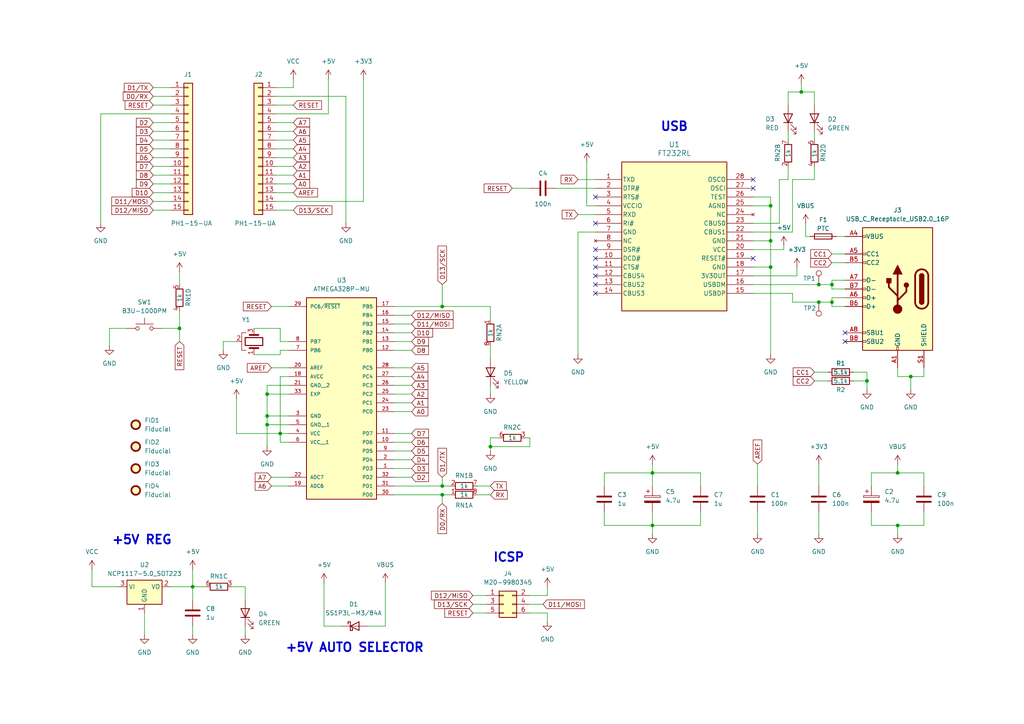
<source format=kicad_sch>
(kicad_sch (version 20231120) (generator "eeschema") (generator_version "8.0")
  (paper "A4")
  (title_block (title "Arduino Nano") (date "2024-05-24") (rev "1") (company "Carlos Sabogal"))
  (junction (at 223.52 77.47))
  (junction (at 77.47 120.65))
  (junction (at 81.28 125.73))
  (junction (at 128.27 143.51))
  (junction (at 77.47 123.19))
  (junction (at 241.3 82.55))
  (junction (at 251.46 110.49))
  (junction (at 189.23 152.4))
  (junction (at 52.07 95.25))
  (junction (at 264.16 109.22))
  (junction (at 77.47 114.3))
  (junction (at 189.23 137.16))
  (junction (at 237.49 87.63))
  (junction (at 260.35 137.16))
  (junction (at 128.27 140.97))
  (junction (at 232.41 26.67))
  (junction (at 223.52 69.85))
  (junction (at 260.35 152.4))
  (junction (at 241.3 87.63))
  (junction (at 237.49 82.55))
  (junction (at 223.52 59.69))
  (junction (at 128.27 88.9))
  (junction (at 142.24 129.54))
  (junction (at 55.88 170.18))
  (no_connect (at 218.44 52.07))
  (no_connect (at 218.44 54.61))
  (no_connect (at 245.11 99.06))
  (no_connect (at 172.72 82.55))
  (no_connect (at 172.72 64.77))
  (no_connect (at 245.11 96.52))
  (no_connect (at 172.72 77.47))
  (no_connect (at 172.72 80.01))
  (no_connect (at 218.44 74.93))
  (no_connect (at 172.72 74.93))
  (no_connect (at 172.72 72.39))
  (no_connect (at 172.72 57.15))
  (no_connect (at 172.72 85.09))
  (wire (pts (xy 52.07 95.25) (xy 52.07 99.06)))
  (wire (pts (xy 81.28 101.6) (xy 81.28 102.87)))
  (wire (pts (xy 142.24 88.9) (xy 142.24 92.71)))
  (wire (pts (xy 44.45 25.4) (xy 49.53 25.4)))
  (wire (pts (xy 247.65 110.49) (xy 251.46 110.49)))
  (wire (pts (xy 242.57 68.58) (xy 245.11 68.58)))
  (wire (pts (xy 241.3 86.36) (xy 245.11 86.36)))
  (wire (pts (xy 189.23 137.16) (xy 175.26 137.16)))
  (wire (pts (xy 93.98 168.91) (xy 93.98 181.61)))
  (wire (pts (xy 114.3 133.35) (xy 119.38 133.35)))
  (wire (pts (xy 77.47 123.19) (xy 83.82 123.19)))
  (wire (pts (xy 81.28 109.22) (xy 81.28 125.73)))
  (wire (pts (xy 167.64 62.23) (xy 172.72 62.23)))
  (wire (pts (xy 142.24 129.54) (xy 153.67 129.54)))
  (wire (pts (xy 44.45 45.72) (xy 49.53 45.72)))
  (wire (pts (xy 80.01 33.02) (xy 95.25 33.02)))
  (wire (pts (xy 80.01 40.64) (xy 85.09 40.64)))
  (wire (pts (xy 218.44 59.69) (xy 223.52 59.69)))
  (wire (pts (xy 137.16 172.72) (xy 140.97 172.72)))
  (wire (pts (xy 158.75 170.18) (xy 158.75 172.72)))
  (wire (pts (xy 142.24 127) (xy 142.24 129.54)))
  (wire (pts (xy 73.66 102.87) (xy 81.28 102.87)))
  (wire (pts (xy 44.45 30.48) (xy 49.53 30.48)))
  (wire (pts (xy 232.41 24.13) (xy 232.41 26.67)))
  (wire (pts (xy 267.97 137.16) (xy 267.97 140.97)))
  (wire (pts (xy 128.27 140.97) (xy 130.81 140.97)))
  (wire (pts (xy 77.47 114.3) (xy 77.47 111.76)))
  (wire (pts (xy 71.12 170.18) (xy 71.12 173.99)))
  (wire (pts (xy 78.74 106.68) (xy 83.82 106.68)))
  (wire (pts (xy 251.46 110.49) (xy 251.46 113.03)))
  (wire (pts (xy 26.67 170.18) (xy 26.67 165.1)))
  (wire (pts (xy 52.07 90.17) (xy 52.07 95.25)))
  (wire (pts (xy 223.52 57.15) (xy 223.52 59.69)))
  (wire (pts (xy 44.45 43.18) (xy 49.53 43.18)))
  (wire (pts (xy 236.22 107.95) (xy 240.03 107.95)))
  (wire (pts (xy 241.3 76.2) (xy 245.11 76.2)))
  (wire (pts (xy 119.38 99.06) (xy 114.3 99.06)))
  (wire (pts (xy 142.24 127) (xy 144.78 127)))
  (wire (pts (xy 236.22 38.1) (xy 236.22 40.64)))
  (wire (pts (xy 137.16 177.8) (xy 140.97 177.8)))
  (wire (pts (xy 241.3 87.63) (xy 237.49 87.63)))
  (wire (pts (xy 251.46 107.95) (xy 251.46 110.49)))
  (wire (pts (xy 93.98 181.61) (xy 99.06 181.61)))
  (wire (pts (xy 203.2 137.16) (xy 203.2 140.97)))
  (wire (pts (xy 85.09 22.86) (xy 85.09 25.4)))
  (wire (pts (xy 223.52 77.47) (xy 223.52 102.87)))
  (wire (pts (xy 153.67 175.26) (xy 157.48 175.26)))
  (wire (pts (xy 167.64 67.31) (xy 167.64 102.87)))
  (wire (pts (xy 245.11 83.82) (xy 241.3 83.82)))
  (wire (pts (xy 31.75 95.25) (xy 36.83 95.25)))
  (wire (pts (xy 233.68 68.58) (xy 234.95 68.58)))
  (wire (pts (xy 264.16 109.22) (xy 267.97 109.22)))
  (wire (pts (xy 114.3 88.9) (xy 128.27 88.9)))
  (wire (pts (xy 241.3 83.82) (xy 241.3 82.55)))
  (wire (pts (xy 237.49 148.59) (xy 237.49 154.94)))
  (wire (pts (xy 44.45 60.96) (xy 49.53 60.96)))
  (wire (pts (xy 175.26 137.16) (xy 175.26 140.97)))
  (wire (pts (xy 81.28 128.27) (xy 83.82 128.27)))
  (wire (pts (xy 228.6 26.67) (xy 228.6 30.48)))
  (wire (pts (xy 80.01 53.34) (xy 85.09 53.34)))
  (wire (pts (xy 44.45 48.26) (xy 49.53 48.26)))
  (wire (pts (xy 83.82 125.73) (xy 81.28 125.73)))
  (wire (pts (xy 80.01 50.8) (xy 85.09 50.8)))
  (wire (pts (xy 119.38 93.98) (xy 114.3 93.98)))
  (wire (pts (xy 231.14 77.47) (xy 231.14 80.01)))
  (wire (pts (xy 229.87 52.07) (xy 236.22 52.07)))
  (wire (pts (xy 55.88 170.18) (xy 55.88 173.99)))
  (wire (pts (xy 52.07 78.74) (xy 52.07 82.55)))
  (wire (pts (xy 232.41 26.67) (xy 228.6 26.67)))
  (wire (pts (xy 233.68 68.58) (xy 233.68 64.77)))
  (wire (pts (xy 119.38 91.44) (xy 114.3 91.44)))
  (wire (pts (xy 226.06 64.77) (xy 226.06 52.07)))
  (wire (pts (xy 80.01 30.48) (xy 85.09 30.48)))
  (wire (pts (xy 241.3 82.55) (xy 241.3 81.28)))
  (wire (pts (xy 229.87 85.09) (xy 229.87 87.63)))
  (wire (pts (xy 78.74 88.9) (xy 83.82 88.9)))
  (wire (pts (xy 218.44 64.77) (xy 226.06 64.77)))
  (wire (pts (xy 80.01 43.18) (xy 85.09 43.18)))
  (wire (pts (xy 236.22 110.49) (xy 240.03 110.49)))
  (wire (pts (xy 31.75 100.33) (xy 31.75 95.25)))
  (wire (pts (xy 241.3 88.9) (xy 241.3 87.63)))
  (wire (pts (xy 29.21 64.77) (xy 29.21 33.02)))
  (wire (pts (xy 44.45 38.1) (xy 49.53 38.1)))
  (wire (pts (xy 119.38 119.38) (xy 114.3 119.38)))
  (wire (pts (xy 218.44 77.47) (xy 223.52 77.47)))
  (wire (pts (xy 67.31 170.18) (xy 71.12 170.18)))
  (wire (pts (xy 227.33 72.39) (xy 227.33 71.12)))
  (wire (pts (xy 64.77 101.6) (xy 64.77 99.06)))
  (wire (pts (xy 119.38 130.81) (xy 114.3 130.81)))
  (wire (pts (xy 252.73 152.4) (xy 252.73 148.59)))
  (wire (pts (xy 46.99 95.25) (xy 52.07 95.25)))
  (wire (pts (xy 105.41 58.42) (xy 105.41 22.86)))
  (wire (pts (xy 80.01 58.42) (xy 105.41 58.42)))
  (wire (pts (xy 218.44 57.15) (xy 223.52 57.15)))
  (wire (pts (xy 128.27 143.51) (xy 130.81 143.51)))
  (wire (pts (xy 119.38 106.68) (xy 114.3 106.68)))
  (wire (pts (xy 80.01 35.56) (xy 85.09 35.56)))
  (wire (pts (xy 219.71 148.59) (xy 219.71 154.94)))
  (wire (pts (xy 81.28 95.25) (xy 73.66 95.25)))
  (wire (pts (xy 114.3 143.51) (xy 128.27 143.51)))
  (wire (pts (xy 189.23 152.4) (xy 203.2 152.4)))
  (wire (pts (xy 119.38 125.73) (xy 114.3 125.73)))
  (wire (pts (xy 170.18 59.69) (xy 172.72 59.69)))
  (wire (pts (xy 68.58 125.73) (xy 81.28 125.73)))
  (wire (pts (xy 34.29 170.18) (xy 26.67 170.18)))
  (wire (pts (xy 128.27 82.55) (xy 128.27 88.9)))
  (wire (pts (xy 44.45 55.88) (xy 49.53 55.88)))
  (wire (pts (xy 106.68 181.61) (xy 111.76 181.61)))
  (wire (pts (xy 167.64 52.07) (xy 172.72 52.07)))
  (wire (pts (xy 260.35 137.16) (xy 260.35 134.62)))
  (wire (pts (xy 80.01 55.88) (xy 85.09 55.88)))
  (wire (pts (xy 119.38 101.6) (xy 114.3 101.6)))
  (wire (pts (xy 64.77 99.06) (xy 68.58 99.06)))
  (wire (pts (xy 29.21 33.02) (xy 49.53 33.02)))
  (wire (pts (xy 55.88 184.15) (xy 55.88 181.61)))
  (wire (pts (xy 267.97 152.4) (xy 267.97 148.59)))
  (wire (pts (xy 128.27 138.43) (xy 128.27 140.97)))
  (wire (pts (xy 245.11 88.9) (xy 241.3 88.9)))
  (wire (pts (xy 252.73 137.16) (xy 252.73 140.97)))
  (wire (pts (xy 148.59 54.61) (xy 153.67 54.61)))
  (wire (pts (xy 229.87 52.07) (xy 229.87 67.31)))
  (wire (pts (xy 119.38 109.22) (xy 114.3 109.22)))
  (wire (pts (xy 264.16 109.22) (xy 264.16 113.03)))
  (wire (pts (xy 77.47 120.65) (xy 83.82 120.65)))
  (wire (pts (xy 247.65 107.95) (xy 251.46 107.95)))
  (wire (pts (xy 81.28 99.06) (xy 81.28 95.25)))
  (wire (pts (xy 71.12 184.15) (xy 71.12 181.61)))
  (wire (pts (xy 153.67 127) (xy 152.4 127)))
  (wire (pts (xy 83.82 99.06) (xy 81.28 99.06)))
  (wire (pts (xy 241.3 81.28) (xy 245.11 81.28)))
  (wire (pts (xy 77.47 111.76) (xy 83.82 111.76)))
  (wire (pts (xy 175.26 152.4) (xy 175.26 148.59)))
  (wire (pts (xy 260.35 106.68) (xy 260.35 109.22)))
  (wire (pts (xy 142.24 100.33) (xy 142.24 104.14)))
  (wire (pts (xy 119.38 128.27) (xy 114.3 128.27)))
  (wire (pts (xy 83.82 101.6) (xy 81.28 101.6)))
  (wire (pts (xy 236.22 26.67) (xy 232.41 26.67)))
  (wire (pts (xy 226.06 52.07) (xy 228.6 52.07)))
  (wire (pts (xy 68.58 115.57) (xy 68.58 125.73)))
  (wire (pts (xy 158.75 172.72) (xy 153.67 172.72)))
  (wire (pts (xy 114.3 114.3) (xy 119.38 114.3)))
  (wire (pts (xy 49.53 170.18) (xy 55.88 170.18)))
  (wire (pts (xy 80.01 38.1) (xy 85.09 38.1)))
  (wire (pts (xy 260.35 152.4) (xy 260.35 154.94)))
  (wire (pts (xy 189.23 137.16) (xy 189.23 140.97)))
  (wire (pts (xy 218.44 72.39) (xy 227.33 72.39)))
  (wire (pts (xy 175.26 152.4) (xy 189.23 152.4)))
  (wire (pts (xy 161.29 54.61) (xy 172.72 54.61)))
  (wire (pts (xy 236.22 52.07) (xy 236.22 48.26)))
  (wire (pts (xy 203.2 152.4) (xy 203.2 148.59)))
  (wire (pts (xy 267.97 109.22) (xy 267.97 106.68)))
  (wire (pts (xy 267.97 137.16) (xy 260.35 137.16)))
  (wire (pts (xy 203.2 137.16) (xy 189.23 137.16)))
  (wire (pts (xy 241.3 82.55) (xy 237.49 82.55)))
  (wire (pts (xy 153.67 129.54) (xy 153.67 127)))
  (wire (pts (xy 80.01 25.4) (xy 85.09 25.4)))
  (wire (pts (xy 189.23 152.4) (xy 189.23 154.94)))
  (wire (pts (xy 241.3 73.66) (xy 245.11 73.66)))
  (wire (pts (xy 77.47 114.3) (xy 83.82 114.3)))
  (wire (pts (xy 119.38 96.52) (xy 114.3 96.52)))
  (wire (pts (xy 189.23 134.62) (xy 189.23 137.16)))
  (wire (pts (xy 241.3 87.63) (xy 241.3 86.36)))
  (wire (pts (xy 142.24 129.54) (xy 142.24 130.81)))
  (wire (pts (xy 44.45 53.34) (xy 49.53 53.34)))
  (wire (pts (xy 223.52 69.85) (xy 223.52 77.47)))
  (wire (pts (xy 260.35 137.16) (xy 252.73 137.16)))
  (wire (pts (xy 138.43 140.97) (xy 142.24 140.97)))
  (wire (pts (xy 189.23 152.4) (xy 189.23 148.59)))
  (wire (pts (xy 78.74 140.97) (xy 83.82 140.97)))
  (wire (pts (xy 218.44 69.85) (xy 223.52 69.85)))
  (wire (pts (xy 80.01 60.96) (xy 85.09 60.96)))
  (wire (pts (xy 138.43 143.51) (xy 142.24 143.51)))
  (wire (pts (xy 114.3 138.43) (xy 119.38 138.43)))
  (wire (pts (xy 158.75 177.8) (xy 158.75 180.34)))
  (wire (pts (xy 228.6 52.07) (xy 228.6 48.26)))
  (wire (pts (xy 223.52 59.69) (xy 223.52 69.85)))
  (wire (pts (xy 114.3 116.84) (xy 119.38 116.84)))
  (wire (pts (xy 219.71 134.62) (xy 219.71 140.97)))
  (wire (pts (xy 137.16 175.26) (xy 140.97 175.26)))
  (wire (pts (xy 83.82 109.22) (xy 81.28 109.22)))
  (wire (pts (xy 260.35 109.22) (xy 264.16 109.22)))
  (wire (pts (xy 114.3 135.89) (xy 119.38 135.89)))
  (wire (pts (xy 218.44 82.55) (xy 237.49 82.55)))
  (wire (pts (xy 236.22 30.48) (xy 236.22 26.67)))
  (wire (pts (xy 81.28 125.73) (xy 81.28 128.27)))
  (wire (pts (xy 77.47 120.65) (xy 77.47 123.19)))
  (wire (pts (xy 44.45 35.56) (xy 49.53 35.56)))
  (wire (pts (xy 55.88 170.18) (xy 59.69 170.18)))
  (wire (pts (xy 237.49 134.62) (xy 237.49 140.97)))
  (wire (pts (xy 218.44 80.01) (xy 231.14 80.01)))
  (wire (pts (xy 260.35 152.4) (xy 267.97 152.4)))
  (wire (pts (xy 228.6 38.1) (xy 228.6 40.64)))
  (wire (pts (xy 80.01 48.26) (xy 85.09 48.26)))
  (wire (pts (xy 252.73 152.4) (xy 260.35 152.4)))
  (wire (pts (xy 44.45 40.64) (xy 49.53 40.64)))
  (wire (pts (xy 100.33 27.94) (xy 100.33 64.77)))
  (wire (pts (xy 44.45 58.42) (xy 49.53 58.42)))
  (wire (pts (xy 218.44 85.09) (xy 229.87 85.09)))
  (wire (pts (xy 80.01 27.94) (xy 100.33 27.94)))
  (wire (pts (xy 167.64 67.31) (xy 172.72 67.31)))
  (wire (pts (xy 95.25 33.02) (xy 95.25 22.86)))
  (wire (pts (xy 128.27 88.9) (xy 142.24 88.9)))
  (wire (pts (xy 41.91 177.8) (xy 41.91 184.15)))
  (wire (pts (xy 128.27 143.51) (xy 128.27 146.05)))
  (wire (pts (xy 128.27 140.97) (xy 114.3 140.97)))
  (wire (pts (xy 44.45 50.8) (xy 49.53 50.8)))
  (wire (pts (xy 77.47 123.19) (xy 77.47 129.54)))
  (wire (pts (xy 229.87 87.63) (xy 237.49 87.63)))
  (wire (pts (xy 55.88 165.1) (xy 55.88 170.18)))
  (wire (pts (xy 142.24 114.3) (xy 142.24 111.76)))
  (wire (pts (xy 218.44 67.31) (xy 229.87 67.31)))
  (wire (pts (xy 114.3 111.76) (xy 119.38 111.76)))
  (wire (pts (xy 78.74 138.43) (xy 83.82 138.43)))
  (wire (pts (xy 44.45 27.94) (xy 49.53 27.94)))
  (wire (pts (xy 170.18 46.99) (xy 170.18 59.69)))
  (wire (pts (xy 77.47 114.3) (xy 77.47 120.65)))
  (wire (pts (xy 111.76 168.91) (xy 111.76 181.61)))
  (wire (pts (xy 158.75 177.8) (xy 153.67 177.8)))
  (wire (pts (xy 80.01 45.72) (xy 85.09 45.72)))
  (text "ICSP" (at 147.574 161.798 0) (effects (font (size 2.54 2.54) (thickness 0.508) (bold yes))))
  (text "USB" (at 195.58 36.83 0) (effects (font (size 2.54 2.54) (thickness 0.508) (bold yes))))
  (text "+5V AUTO SELECTOR" (at 102.87 187.96 0) (effects (font (size 2.54 2.54) (thickness 0.508) (bold yes))))
  (text "+5V REG" (at 41.148 156.718 0) (effects (font (size 2.54 2.54) (thickness 0.508) (bold yes))))
  (global_label "D9" (shape input) (at 44.45 53.34 180) (property "Intersheetrefs" "${INTERSHEET_REFS}" (effects (hide yes))))
  (global_label "RESET" (shape input) (at 85.09 30.48 0) (property "Intersheetrefs" "${INTERSHEET_REFS}" (effects (hide yes))))
  (global_label "D0{slash}RX" (shape input) (at 44.45 27.94 180) (property "Intersheetrefs" "${INTERSHEET_REFS}" (effects (hide yes))))
  (global_label "RESET" (shape input) (at 44.45 30.48 180) (property "Intersheetrefs" "${INTERSHEET_REFS}" (effects (hide yes))))
  (global_label "A4" (shape input) (at 119.38 109.22 0) (property "Intersheetrefs" "${INTERSHEET_REFS}" (effects (hide yes))))
  (global_label "A1" (shape input) (at 85.09 50.8 0) (property "Intersheetrefs" "${INTERSHEET_REFS}" (effects (hide yes))))
  (global_label "A0" (shape input) (at 119.38 119.38 0) (property "Intersheetrefs" "${INTERSHEET_REFS}" (effects (hide yes))))
  (global_label "D3" (shape input) (at 44.45 38.1 180) (property "Intersheetrefs" "${INTERSHEET_REFS}" (effects (hide yes))))
  (global_label "D13{slash}SCK" (shape input) (at 128.27 82.55 90) (property "Intersheetrefs" "${INTERSHEET_REFS}" (effects (hide yes))))
  (global_label "RX" (shape input) (at 142.24 143.51 0) (property "Intersheetrefs" "${INTERSHEET_REFS}" (effects (hide yes))))
  (global_label "D5" (shape input) (at 44.45 43.18 180) (property "Intersheetrefs" "${INTERSHEET_REFS}" (effects (hide yes))))
  (global_label "RX" (shape input) (at 167.64 52.07 180) (property "Intersheetrefs" "${INTERSHEET_REFS}" (effects (hide yes))))
  (global_label "CC1" (shape input) (at 241.3 73.66 180) (property "Intersheetrefs" "${INTERSHEET_REFS}" (effects (hide yes))))
  (global_label "D2" (shape input) (at 119.38 138.43 0) (property "Intersheetrefs" "${INTERSHEET_REFS}" (effects (hide yes))))
  (global_label "A4" (shape input) (at 85.09 43.18 0) (property "Intersheetrefs" "${INTERSHEET_REFS}" (effects (hide yes))))
  (global_label "RESET" (shape input) (at 52.07 99.06 270) (property "Intersheetrefs" "${INTERSHEET_REFS}" (effects (hide yes))))
  (global_label "D1{slash}TX" (shape input) (at 128.27 138.43 90) (property "Intersheetrefs" "${INTERSHEET_REFS}" (effects (hide yes))))
  (global_label "A6" (shape input) (at 85.09 38.1 0) (property "Intersheetrefs" "${INTERSHEET_REFS}" (effects (hide yes))))
  (global_label "TX" (shape input) (at 142.24 140.97 0) (property "Intersheetrefs" "${INTERSHEET_REFS}" (effects (hide yes))))
  (global_label "D0{slash}RX" (shape input) (at 128.27 146.05 270) (property "Intersheetrefs" "${INTERSHEET_REFS}" (effects (hide yes))))
  (global_label "A0" (shape input) (at 85.09 53.34 0) (property "Intersheetrefs" "${INTERSHEET_REFS}" (effects (hide yes))))
  (global_label "CC2" (shape input) (at 236.22 110.49 180) (property "Intersheetrefs" "${INTERSHEET_REFS}" (effects (hide yes))))
  (global_label "D4" (shape input) (at 44.45 40.64 180) (property "Intersheetrefs" "${INTERSHEET_REFS}" (effects (hide yes))))
  (global_label "RESET" (shape input) (at 78.74 88.9 180) (property "Intersheetrefs" "${INTERSHEET_REFS}" (effects (hide yes))))
  (global_label "D11{slash}MOSI" (shape input) (at 119.38 93.98 0) (property "Intersheetrefs" "${INTERSHEET_REFS}" (effects (hide yes))))
  (global_label "D11{slash}MOSI" (shape input) (at 44.45 58.42 180) (property "Intersheetrefs" "${INTERSHEET_REFS}" (effects (hide yes))))
  (global_label "CC1" (shape input) (at 236.22 107.95 180) (property "Intersheetrefs" "${INTERSHEET_REFS}" (effects (hide yes))))
  (global_label "AREF" (shape input) (at 219.71 134.62 90) (property "Intersheetrefs" "${INTERSHEET_REFS}" (effects (hide yes))))
  (global_label "A6" (shape input) (at 78.74 140.97 180) (property "Intersheetrefs" "${INTERSHEET_REFS}" (effects (hide yes))))
  (global_label "D11{slash}MOSI" (shape input) (at 157.48 175.26 0) (property "Intersheetrefs" "${INTERSHEET_REFS}" (effects (hide yes))))
  (global_label "D10" (shape input) (at 44.45 55.88 180) (property "Intersheetrefs" "${INTERSHEET_REFS}" (effects (hide yes))))
  (global_label "D2" (shape input) (at 44.45 35.56 180) (property "Intersheetrefs" "${INTERSHEET_REFS}" (effects (hide yes))))
  (global_label "A7" (shape input) (at 85.09 35.56 0) (property "Intersheetrefs" "${INTERSHEET_REFS}" (effects (hide yes))))
  (global_label "D12{slash}MISO" (shape input) (at 119.38 91.44 0) (property "Intersheetrefs" "${INTERSHEET_REFS}" (effects (hide yes))))
  (global_label "D7" (shape input) (at 44.45 48.26 180) (property "Intersheetrefs" "${INTERSHEET_REFS}" (effects (hide yes))))
  (global_label "D5" (shape input) (at 119.38 130.81 0) (property "Intersheetrefs" "${INTERSHEET_REFS}" (effects (hide yes))))
  (global_label "D4" (shape input) (at 119.38 133.35 0) (property "Intersheetrefs" "${INTERSHEET_REFS}" (effects (hide yes))))
  (global_label "RESET" (shape input) (at 148.59 54.61 180) (property "Intersheetrefs" "${INTERSHEET_REFS}" (effects (hide yes))))
  (global_label "RESET" (shape input) (at 137.16 177.8 180) (property "Intersheetrefs" "${INTERSHEET_REFS}" (effects (hide yes))))
  (global_label "A2" (shape input) (at 119.38 114.3 0) (property "Intersheetrefs" "${INTERSHEET_REFS}" (effects (hide yes))))
  (global_label "D12{slash}MISO" (shape input) (at 44.45 60.96 180) (property "Intersheetrefs" "${INTERSHEET_REFS}" (effects (hide yes))))
  (global_label "A2" (shape input) (at 85.09 48.26 0) (property "Intersheetrefs" "${INTERSHEET_REFS}" (effects (hide yes))))
  (global_label "D12{slash}MISO" (shape input) (at 137.16 172.72 180) (property "Intersheetrefs" "${INTERSHEET_REFS}" (effects (hide yes))))
  (global_label "D8" (shape input) (at 44.45 50.8 180) (property "Intersheetrefs" "${INTERSHEET_REFS}" (effects (hide yes))))
  (global_label "D7" (shape input) (at 119.38 125.73 0) (property "Intersheetrefs" "${INTERSHEET_REFS}" (effects (hide yes))))
  (global_label "D13{slash}SCK" (shape input) (at 137.16 175.26 180) (property "Intersheetrefs" "${INTERSHEET_REFS}" (effects (hide yes))))
  (global_label "AREF" (shape input) (at 85.09 55.88 0) (property "Intersheetrefs" "${INTERSHEET_REFS}" (effects (hide yes))))
  (global_label "A5" (shape input) (at 119.38 106.68 0) (property "Intersheetrefs" "${INTERSHEET_REFS}" (effects (hide yes))))
  (global_label "AREF" (shape input) (at 78.74 106.68 180) (property "Intersheetrefs" "${INTERSHEET_REFS}" (effects (hide yes))))
  (global_label "D1{slash}TX" (shape input) (at 44.45 25.4 180) (property "Intersheetrefs" "${INTERSHEET_REFS}" (effects (hide yes))))
  (global_label "A3" (shape input) (at 119.38 111.76 0) (property "Intersheetrefs" "${INTERSHEET_REFS}" (effects (hide yes))))
  (global_label "CC2" (shape input) (at 241.3 76.2 180) (property "Intersheetrefs" "${INTERSHEET_REFS}" (effects (hide yes))))
  (global_label "TX" (shape input) (at 167.64 62.23 180) (property "Intersheetrefs" "${INTERSHEET_REFS}" (effects (hide yes))))
  (global_label "A3" (shape input) (at 85.09 45.72 0) (property "Intersheetrefs" "${INTERSHEET_REFS}" (effects (hide yes))))
  (global_label "D10" (shape input) (at 119.38 96.52 0) (property "Intersheetrefs" "${INTERSHEET_REFS}" (effects (hide yes))))
  (global_label "D13{slash}SCK" (shape input) (at 85.09 60.96 0) (property "Intersheetrefs" "${INTERSHEET_REFS}" (effects (hide yes))))
  (global_label "D6" (shape input) (at 44.45 45.72 180) (property "Intersheetrefs" "${INTERSHEET_REFS}" (effects (hide yes))))
  (global_label "D9" (shape input) (at 119.38 99.06 0) (property "Intersheetrefs" "${INTERSHEET_REFS}" (effects (hide yes))))
  (global_label "A5" (shape input) (at 85.09 40.64 0) (property "Intersheetrefs" "${INTERSHEET_REFS}" (effects (hide yes))))
  (global_label "A7" (shape input) (at 78.74 138.43 180) (property "Intersheetrefs" "${INTERSHEET_REFS}" (effects (hide yes))))
  (global_label "D3" (shape input) (at 119.38 135.89 0) (property "Intersheetrefs" "${INTERSHEET_REFS}" (effects (hide yes))))
  (global_label "A1" (shape input) (at 119.38 116.84 0) (property "Intersheetrefs" "${INTERSHEET_REFS}" (effects (hide yes))))
  (global_label "D8" (shape input) (at 119.38 101.6 0) (property "Intersheetrefs" "${INTERSHEET_REFS}" (effects (hide yes))))
  (global_label "D6" (shape input) (at 119.38 128.27 0) (property "Intersheetrefs" "${INTERSHEET_REFS}" (effects (hide yes))))
  (symbol (lib_id "power:GND") (at 77.47 129.54 0) (unit 1)
    (property "Reference" "#PWR030" (effects (hide yes)))
    (property "Value" "GND" (at 77.47 134.62 0))
    (property "Description" "Power symbol creates a global label with name \"GND\" , ground" (effects (hide yes)))
  )
  (symbol (lib_id "Switch:SW_Push") (at 41.91 95.25 0) (unit 1)
    (property "Reference" "SW1" (at 41.91 87.63 0))
    (property "Value" "B3U-1000PM" (at 41.91 90.17 0))
    (property "Footprint" "Arduino Nano:B3U-1000PM" (effects (hide yes)))
    (property "Description" "Push button switch, generic, two pins" (effects (hide yes)))
  )
  (symbol (lib_id "power:+5V") (at 68.58 115.57 0) (unit 1)
    (property "Reference" "#PWR031" (effects (hide yes)))
    (property "Value" "+5V" (at 68.58 110.49 0))
    (property "Description" "Power symbol creates a global label with name \"+5V\"" (effects (hide yes)))
  )
  (symbol (lib_id "power:GND") (at 251.46 113.03 0) (unit 1)
    (property "Reference" "#PWR037" (effects (hide yes)))
    (property "Value" "GND" (at 251.46 118.11 0))
    (property "Description" "Power symbol creates a global label with name \"GND\" , ground" (effects (hide yes)))
  )
  (symbol (lib_id "Mechanical:Fiducial") (at 39.37 129.54 0) (unit 1) (exclude_from_sim yes) (in_bom no)
    (property "Reference" "FID2" (at 41.91 128.2699 0) (effects (justify left)))
    (property "Value" "Fiducial" (at 41.91 130.8099 0) (effects (justify left)))
    (property "Footprint" "Fiducial:Fiducial_1mm_Mask2mm" (effects (hide yes)))
    (property "Description" "Fiducial Marker" (effects (hide yes)))
  )
  (symbol (lib_id "Device:LED") (at 236.22 34.29 90) (unit 1)
    (property "Reference" "D2" (at 240.03 34.6074 90) (effects (justify right)))
    (property "Value" "GREEN" (at 240.03 37.1474 90) (effects (justify right)))
    (property "Footprint" "LED_SMD:LED_0805_2012Metric" (effects (hide yes)))
    (property "Description" "Light emitting diode" (effects (hide yes)))
  )
  (symbol (lib_id "Connector:USB_C_Receptacle_USB2.0_16P") (at 260.35 83.82 0) (mirror y) (unit 1)
    (property "Reference" "J3" (at 260.35 60.96 0))
    (property "Value" "USB_C_Receptacle_USB2.0_16P" (at 260.35 63.5 0))
    (property "Footprint" "Connector_USB:USB_C_Receptacle_GCT_USB4110" (effects (hide yes)))
    (property "Datasheet" "https://www.usb.org/sites/default/files/documents/usb_type-c.zip" (effects (hide yes)))
    (property "Description" "USB 2.0-only 16P Type-C Receptacle connector" (effects (hide yes)))
  )
  (symbol (lib_id "Device:R_Pack04_Split") (at 63.5 170.18 90) (unit 3)
    (property "Reference" "RN1" (at 63.5 167.132 90))
    (property "Value" "1k" (at 63.5 170.18 90))
    (property "Footprint" "Resistor_SMD:R_Array_Convex_4x0612" (effects (hide yes)))
    (property "Description" "4 resistor network, parallel topology, split" (effects (hide yes)))
  )
  (symbol (lib_id "power:VBUS") (at 260.35 134.62 0) (unit 1)
    (property "Reference" "#PWR033" (effects (hide yes)))
    (property "Value" "VBUS" (at 260.35 129.54 0))
    (property "Description" "Power symbol creates a global label with name \"VBUS\"" (effects (hide yes)))
  )
  (symbol (lib_id "power:GND") (at 142.24 114.3 0) (unit 1)
    (property "Reference" "#PWR010" (effects (hide yes)))
    (property "Value" "GND" (at 142.24 119.38 0))
    (property "Description" "Power symbol creates a global label with name \"GND\" , ground" (effects (hide yes)))
  )
  (symbol (lib_id "power:+5V") (at 55.88 165.1 0) (unit 1)
    (property "Reference" "#PWR02" (effects (hide yes)))
    (property "Value" "+5V" (at 55.88 160.02 0))
    (property "Description" "Power symbol creates a global label with name \"+5V\"" (effects (hide yes)))
  )
  (symbol (lib_id "Connector:TestPoint") (at 237.49 82.55 0) (unit 1)
    (property "Reference" "TP1" (at 232.918 80.772 0) (effects (justify left)))
    (property "Value" "TestPoint" (effects (hide yes)))
    (property "Footprint" "TestPoint:TestPoint_Pad_D1.0mm" (effects (hide yes)))
    (property "Description" "test point" (effects (hide yes)))
  )
  (symbol (lib_id "power:GND") (at 71.12 184.15 0) (unit 1)
    (property "Reference" "#PWR01" (effects (hide yes)))
    (property "Value" "GND" (at 71.12 189.23 0))
    (property "Description" "Power symbol creates a global label with name \"GND\" , ground" (effects (hide yes)))
  )
  (symbol (lib_id "power:GND") (at 264.16 113.03 0) (unit 1)
    (property "Reference" "#PWR016" (effects (hide yes)))
    (property "Value" "GND" (at 264.16 118.11 0))
    (property "Description" "Power symbol creates a global label with name \"GND\" , ground" (effects (hide yes)))
  )
  (symbol (lib_id "Device:R_Pack04_Split") (at 134.62 143.51 270) (mirror x) (unit 1)
    (property "Reference" "RN1" (at 134.62 146.558 90))
    (property "Value" "1k" (at 134.62 143.51 90))
    (property "Footprint" "Resistor_SMD:R_Array_Convex_4x0612" (effects (hide yes)))
    (property "Description" "4 resistor network, parallel topology, split" (effects (hide yes)))
  )
  (symbol (lib_id "power:GND") (at 223.52 102.87 0) (unit 1)
    (property "Reference" "#PWR017" (effects (hide yes)))
    (property "Value" "GND" (at 223.52 107.95 0))
    (property "Description" "Power symbol creates a global label with name \"GND\" , ground" (effects (hide yes)))
  )
  (symbol (lib_id "Device:C") (at 203.2 144.78 0) (unit 1)
    (property "Reference" "C7" (at 207.01 143.5099 0) (effects (justify left)))
    (property "Value" "1u" (at 207.01 146.0499 0) (effects (justify left)))
    (property "Footprint" "Capacitor_SMD:C_0603_1608Metric" (effects (hide yes)))
    (property "Description" "Unpolarized capacitor" (effects (hide yes)))
  )
  (symbol (lib_id "power:+3V3") (at 237.49 134.62 0) (unit 1)
    (property "Reference" "#PWR034" (effects (hide yes)))
    (property "Value" "+3V3" (at 237.49 129.54 0))
    (property "Description" "Power symbol creates a global label with name \"+3V3\"" (effects (hide yes)))
  )
  (symbol (lib_id "power:GND") (at 29.21 64.77 0) (unit 1)
    (property "Reference" "#PWR028" (effects (hide yes)))
    (property "Value" "GND" (at 29.21 69.85 0))
    (property "Description" "Power symbol creates a global label with name \"GND\" , ground" (effects (hide yes)))
  )
  (symbol (lib_id "Device:LED") (at 71.12 177.8 90) (unit 1)
    (property "Reference" "D4" (at 74.93 178.1174 90) (effects (justify right)))
    (property "Value" "GREEN" (at 74.93 180.6574 90) (effects (justify right)))
    (property "Footprint" "LED_SMD:LED_0805_2012Metric" (effects (hide yes)))
    (property "Description" "Light emitting diode" (effects (hide yes)))
  )
  (symbol (lib_id "power:GND") (at 41.91 184.15 0) (unit 1)
    (property "Reference" "#PWR04" (effects (hide yes)))
    (property "Value" "GND" (at 41.91 189.23 0))
    (property "Description" "Power symbol creates a global label with name \"GND\" , ground" (effects (hide yes)))
  )
  (symbol (lib_id "Device:D_Schottky") (at 102.87 181.61 0) (unit 1)
    (property "Reference" "D1" (at 102.5525 175.26 0))
    (property "Value" "SS1P3L-M3/84A" (at 102.5525 177.8 0))
    (property "Footprint" "Diode_SMD:D_SMP_DO-220AA" (effects (hide yes)))
    (property "Description" "Schottky diode" (effects (hide yes)))
  )
  (symbol (lib_id "power:+5V") (at 170.18 46.99 0) (unit 1)
    (property "Reference" "#PWR023" (effects (hide yes)))
    (property "Value" "+5V" (at 170.18 41.91 0))
    (property "Description" "Power symbol creates a global label with name \"+5V\"" (effects (hide yes)))
  )
  (symbol (lib_id "power:GND") (at 31.75 100.33 0) (unit 1)
    (property "Reference" "#PWR08" (effects (hide yes)))
    (property "Value" "GND" (at 31.75 105.41 0))
    (property "Description" "Power symbol creates a global label with name \"GND\" , ground" (effects (hide yes)))
  )
  (symbol (lib_id "Device:R_Pack04_Split") (at 52.07 86.36 0) (unit 4)
    (property "Reference" "RN1" (at 54.61 88.9 90) (effects (justify left)))
    (property "Value" "1k" (at 52.07 87.63 90) (effects (justify left)))
    (property "Footprint" "Resistor_SMD:R_Array_Convex_4x0612" (effects (hide yes)))
    (property "Description" "4 resistor network, parallel topology, split" (effects (hide yes)))
  )
  (symbol (lib_id "Device:C") (at 267.97 144.78 0) (unit 1)
    (property "Reference" "C9" (at 271.78 143.5099 0) (effects (justify left)))
    (property "Value" "100n" (at 271.78 146.0499 0) (effects (justify left)))
    (property "Footprint" "Capacitor_SMD:C_0603_1608Metric" (effects (hide yes)))
    (property "Description" "Unpolarized capacitor" (effects (hide yes)))
  )
  (symbol (lib_id "power:GND") (at 55.88 184.15 0) (unit 1)
    (property "Reference" "#PWR03" (effects (hide yes)))
    (property "Value" "GND" (at 55.88 189.23 0))
    (property "Description" "Power symbol creates a global label with name \"GND\" , ground" (effects (hide yes)))
  )
  (symbol (lib_id "power:GND") (at 189.23 154.94 0) (unit 1)
    (property "Reference" "#PWR021" (effects (hide yes)))
    (property "Value" "GND" (at 189.23 160.02 0))
    (property "Description" "Power symbol creates a global label with name \"GND\" , ground" (effects (hide yes)))
  )
  (symbol (lib_id "Device:R") (at 243.84 107.95 90) (unit 1)
    (property "Reference" "R1" (at 243.84 105.41 90))
    (property "Value" "5.1k" (at 243.84 107.95 90))
    (property "Footprint" "Resistor_SMD:R_0603_1608Metric" (effects (hide yes)))
    (property "Description" "Resistor" (effects (hide yes)))
  )
  (symbol (lib_id "Arduino Nano:FT232RL") (at 180.34 90.17 0) (unit 1)
    (property "Reference" "U1" (at 195.58 41.91 0) (effects (font (size 1.524 1.524))))
    (property "Value" "FT232RL" (at 195.58 44.45 0) (effects (font (size 1.524 1.524))))
    (property "Footprint" "Package_SO:SSOP-28_5.3x10.2mm_P0.65mm" (effects (hide yes)))
    (property "Datasheet" "https://ftdichip.com/wp-content/uploads/2020/08/DS_FT232R.pdf" (effects (hide yes)))
  )
  (symbol (lib_id "Device:R_Pack04_Split") (at 148.59 127 90) (unit 3)
    (property "Reference" "RN2" (at 148.59 123.952 90))
    (property "Value" "1k" (at 148.59 127 90))
    (property "Footprint" "Resistor_SMD:R_Array_Convex_4x0612" (effects (hide yes)))
    (property "Description" "4 resistor network, parallel topology, split" (effects (hide yes)))
  )
  (symbol (lib_id "power:+5V") (at 93.98 168.91 0) (unit 1)
    (property "Reference" "#PWR07" (effects (hide yes)))
    (property "Value" "+5V" (at 93.98 163.83 0))
    (property "Description" "Power symbol creates a global label with name \"+5V\"" (effects (hide yes)))
  )
  (symbol (lib_id "Device:Fuse") (at 238.76 68.58 90) (unit 1)
    (property "Reference" "F1" (at 238.76 63.754 90))
    (property "Value" "PTC" (at 238.76 66.294 90))
    (property "Footprint" "Fuse:Fuse_0603_1608Metric" (effects (hide yes)))
    (property "Description" "Fuse" (effects (hide yes)))
  )
  (symbol (lib_id "power:+5V") (at 227.33 71.12 0) (unit 1)
    (property "Reference" "#PWR018" (effects (hide yes)))
    (property "Value" "+5V" (at 227.33 66.04 0))
    (property "Description" "Power symbol creates a global label with name \"+5V\"" (effects (hide yes)))
  )
  (symbol (lib_id "Device:C_Polarized") (at 252.73 144.78 0) (unit 1)
    (property "Reference" "C2" (at 256.54 142.6209 0) (effects (justify left)))
    (property "Value" "4.7u" (at 256.54 145.1609 0) (effects (justify left)))
    (property "Footprint" "Capacitor_Tantalum_SMD:CP_EIA-3216-10_Kemet-I" (effects (hide yes)))
    (property "Description" "Polarized capacitor" (effects (hide yes)))
  )
  (symbol (lib_id "power:GND") (at 100.33 64.77 0) (unit 1)
    (property "Reference" "#PWR027" (effects (hide yes)))
    (property "Value" "GND" (at 100.33 69.85 0))
    (property "Description" "Power symbol creates a global label with name \"GND\" , ground" (effects (hide yes)))
  )
  (symbol (lib_id "Device:R_Pack04_Split") (at 134.62 140.97 270) (mirror x) (unit 2)
    (property "Reference" "RN1" (at 134.62 137.922 90))
    (property "Value" "1k" (at 134.62 140.97 90))
    (property "Footprint" "Resistor_SMD:R_Array_Convex_4x0612" (effects (hide yes)))
    (property "Description" "4 resistor network, parallel topology, split" (effects (hide yes)))
  )
  (symbol (lib_id "power:VCC") (at 26.67 165.1 0) (unit 1)
    (property "Reference" "#PWR05" (effects (hide yes)))
    (property "Value" "VCC" (at 26.67 160.02 0))
    (property "Description" "Power symbol creates a global label with name \"VCC\"" (effects (hide yes)))
  )
  (symbol (lib_id "Device:C") (at 219.71 144.78 0) (unit 1)
    (property "Reference" "C1" (at 223.52 143.5099 0) (effects (justify left)))
    (property "Value" "100n" (at 223.52 146.0499 0) (effects (justify left)))
    (property "Footprint" "Capacitor_SMD:C_0603_1608Metric" (effects (hide yes)))
    (property "Description" "Unpolarized capacitor" (effects (hide yes)))
  )
  (symbol (lib_id "power:VBUS") (at 233.68 64.77 0) (unit 1)
    (property "Reference" "#PWR014" (effects (hide yes)))
    (property "Value" "VBUS" (at 233.68 59.69 0))
    (property "Description" "Power symbol creates a global label with name \"VBUS\"" (effects (hide yes)))
  )
  (symbol (lib_id "power:+5V") (at 95.25 22.86 0) (unit 1)
    (property "Reference" "#PWR025" (effects (hide yes)))
    (property "Value" "+5V" (at 95.25 17.78 0))
    (property "Description" "Power symbol creates a global label with name \"+5V\"" (effects (hide yes)))
  )
  (symbol (lib_id "Device:R_Pack04_Split") (at 236.22 44.45 0) (unit 4)
    (property "Reference" "RN2" (at 238.76 46.99 90) (effects (justify left)))
    (property "Value" "1k" (at 236.22 45.72 90) (effects (justify left)))
    (property "Footprint" "Resistor_SMD:R_Array_Convex_4x0612" (effects (hide yes)))
    (property "Description" "4 resistor network, parallel topology, split" (effects (hide yes)))
  )
  (symbol (lib_id "power:GND") (at 64.77 101.6 0) (unit 1)
    (property "Reference" "#PWR029" (effects (hide yes)))
    (property "Value" "GND" (at 64.77 106.68 0))
    (property "Description" "Power symbol creates a global label with name \"GND\" , ground" (effects (hide yes)))
  )
  (symbol (lib_id "Device:C") (at 175.26 144.78 0) (unit 1)
    (property "Reference" "C3" (at 179.07 143.5099 0) (effects (justify left)))
    (property "Value" "1u" (at 179.07 146.0499 0) (effects (justify left)))
    (property "Footprint" "Capacitor_SMD:C_0603_1608Metric" (effects (hide yes)))
    (property "Description" "Unpolarized capacitor" (effects (hide yes)))
  )
  (symbol (lib_id "Connector_Generic:Conn_01x15") (at 54.61 43.18 0) (unit 1)
    (property "Reference" "J1" (at 53.34 21.59 0) (effects (justify left)))
    (property "Value" "PH1-15-UA" (at 49.53 64.77 0) (effects (justify left)))
    (property "Footprint" "Connector_PinHeader_2.54mm:PinHeader_1x15_P2.54mm_Vertical" (effects (hide yes)))
    (property "Description" "Generic connector, single row, 01x15, script generated (kicad-library-utils/schlib/autogen/connector/)" (effects (hide yes)))
  )
  (symbol (lib_id "power:VCC") (at 85.09 22.86 0) (unit 1)
    (property "Reference" "#PWR024" (effects (hide yes)))
    (property "Value" "VCC" (at 85.09 17.78 0))
    (property "Description" "Power symbol creates a global label with name \"VCC\"" (effects (hide yes)))
  )
  (symbol (lib_id "Mechanical:Fiducial") (at 39.37 123.19 0) (unit 1) (exclude_from_sim yes) (in_bom no)
    (property "Reference" "FID1" (at 41.91 121.9199 0) (effects (justify left)))
    (property "Value" "Fiducial" (at 41.91 124.4599 0) (effects (justify left)))
    (property "Footprint" "Fiducial:Fiducial_1mm_Mask2mm" (effects (hide yes)))
    (property "Description" "Fiducial Marker" (effects (hide yes)))
  )
  (symbol (lib_id "Device:C_Polarized") (at 189.23 144.78 0) (unit 1)
    (property "Reference" "C5" (at 193.04 142.6209 0) (effects (justify left)))
    (property "Value" "4.7u" (at 193.04 145.1609 0) (effects (justify left)))
    (property "Footprint" "Capacitor_Tantalum_SMD:CP_EIA-3216-10_Kemet-I" (effects (hide yes)))
    (property "Description" "Polarized capacitor" (effects (hide yes)))
  )
  (symbol (lib_id "Connector_Generic:Conn_02x03_Odd_Even") (at 146.05 175.26 0) (unit 1)
    (property "Reference" "J4" (at 147.32 166.37 0))
    (property "Value" "M20-9980345" (at 147.32 168.91 0))
    (property "Footprint" "Connector_PinHeader_2.54mm:PinHeader_2x03_P2.54mm_Vertical" (effects (hide yes)))
    (property "Description" "Generic connector, double row, 02x03, odd/even pin numbering scheme (row 1 odd numbers, row 2 even numbers), script generated (kicad-library-utils/schlib/autogen/connector/)" (effects (hide yes)))
  )
  (symbol (lib_id "Connector:TestPoint") (at 237.49 87.63 180) (unit 1)
    (property "Reference" "TP2" (at 236.728 89.408 0) (effects (justify left)))
    (property "Value" "TestPoint" (effects (hide yes)))
    (property "Footprint" "TestPoint:TestPoint_Pad_D1.0mm" (effects (hide yes)))
    (property "Description" "test point" (effects (hide yes)))
  )
  (symbol (lib_id "Device:R") (at 243.84 110.49 90) (unit 1)
    (property "Reference" "R2" (at 243.84 113.03 90))
    (property "Value" "5.1k" (at 243.84 110.49 90))
    (property "Footprint" "Resistor_SMD:R_0603_1608Metric" (effects (hide yes)))
    (property "Description" "Resistor" (effects (hide yes)))
  )
  (symbol (lib_id "Mechanical:Fiducial") (at 39.37 142.24 0) (unit 1) (exclude_from_sim yes) (in_bom no)
    (property "Reference" "FID4" (at 41.91 140.9699 0) (effects (justify left)))
    (property "Value" "Fiducial" (at 41.91 143.5099 0) (effects (justify left)))
    (property "Footprint" "Fiducial:Fiducial_1mm_Mask2mm" (effects (hide yes)))
    (property "Description" "Fiducial Marker" (effects (hide yes)))
  )
  (symbol (lib_id "power:GND") (at 158.75 180.34 0) (unit 1)
    (property "Reference" "#PWR013" (effects (hide yes)))
    (property "Value" "GND" (at 158.75 185.42 0))
    (property "Description" "Power symbol creates a global label with name \"GND\" , ground" (effects (hide yes)))
  )
  (symbol (lib_id "power:+5V") (at 158.75 170.18 0) (unit 1)
    (property "Reference" "#PWR012" (effects (hide yes)))
    (property "Value" "+5V" (at 158.75 165.1 0))
    (property "Description" "Power symbol creates a global label with name \"+5V\"" (effects (hide yes)))
  )
  (symbol (lib_id "power:+5V") (at 232.41 24.13 0) (unit 1)
    (property "Reference" "#PWR019" (effects (hide yes)))
    (property "Value" "+5V" (at 232.41 19.05 0))
    (property "Description" "Power symbol creates a global label with name \"+5V\"" (effects (hide yes)))
  )
  (symbol (lib_id "power:GND") (at 237.49 154.94 0) (unit 1)
    (property "Reference" "#PWR035" (effects (hide yes)))
    (property "Value" "GND" (at 237.49 160.02 0))
    (property "Description" "Power symbol creates a global label with name \"GND\" , ground" (effects (hide yes)))
  )
  (symbol (lib_id "Device:R_Pack04_Split") (at 228.6 44.45 0) (unit 2)
    (property "Reference" "RN2" (at 225.552 46.99 90) (effects (justify left)))
    (property "Value" "1k" (at 228.6 45.72 90) (effects (justify left)))
    (property "Footprint" "Resistor_SMD:R_Array_Convex_4x0612" (effects (hide yes)))
    (property "Description" "4 resistor network, parallel topology, split" (effects (hide yes)))
  )
  (symbol (lib_id "Device:C") (at 237.49 144.78 180) (unit 1)
    (property "Reference" "C6" (at 241.3 143.5099 0) (effects (justify right)))
    (property "Value" "100n" (at 241.3 146.0499 0) (effects (justify right)))
    (property "Footprint" "Capacitor_SMD:C_0603_1608Metric" (effects (hide yes)))
    (property "Description" "Unpolarized capacitor" (effects (hide yes)))
  )
  (symbol (lib_id "power:GND") (at 219.71 154.94 0) (unit 1)
    (property "Reference" "#PWR036" (effects (hide yes)))
    (property "Value" "GND" (at 219.71 160.02 0))
    (property "Description" "Power symbol creates a global label with name \"GND\" , ground" (effects (hide yes)))
  )
  (symbol (lib_id "power:GND") (at 167.64 102.87 0) (unit 1)
    (property "Reference" "#PWR022" (effects (hide yes)))
    (property "Value" "GND" (at 167.64 107.95 0))
    (property "Description" "Power symbol creates a global label with name \"GND\" , ground" (effects (hide yes)))
  )
  (symbol (lib_id "power:+3V3") (at 105.41 22.86 0) (unit 1)
    (property "Reference" "#PWR026" (effects (hide yes)))
    (property "Value" "+3V3" (at 105.41 17.78 0))
    (property "Description" "Power symbol creates a global label with name \"+3V3\"" (effects (hide yes)))
  )
  (symbol (lib_id "power:+3V3") (at 231.14 77.47 0) (unit 1)
    (property "Reference" "#PWR015" (effects (hide yes)))
    (property "Value" "+3V3" (at 231.14 72.39 0))
    (property "Description" "Power symbol creates a global label with name \"+3V3\"" (effects (hide yes)))
  )
  (symbol (lib_id "Device:R_Pack04_Split") (at 142.24 96.52 180) (unit 1)
    (property "Reference" "RN2" (at 144.78 99.06 90) (effects (justify right)))
    (property "Value" "1k" (at 142.24 97.79 90) (effects (justify right)))
    (property "Footprint" "Resistor_SMD:R_Array_Convex_4x0612" (effects (hide yes)))
    (property "Description" "4 resistor network, parallel topology, split" (effects (hide yes)))
  )
  (symbol (lib_id "power:+5V") (at 52.07 78.74 0) (unit 1)
    (property "Reference" "#PWR09" (effects (hide yes)))
    (property "Value" "+5V" (at 52.07 73.66 0))
    (property "Description" "Power symbol creates a global label with name \"+5V\"" (effects (hide yes)))
  )
  (symbol (lib_id "Device:C") (at 55.88 177.8 0) (unit 1)
    (property "Reference" "C8" (at 59.69 176.5299 0) (effects (justify left)))
    (property "Value" "1u" (at 59.69 179.0699 0) (effects (justify left)))
    (property "Footprint" "Capacitor_SMD:C_0603_1608Metric" (effects (hide yes)))
    (property "Description" "Unpolarized capacitor" (effects (hide yes)))
  )
  (symbol (lib_id "power:VBUS") (at 111.76 168.91 0) (unit 1)
    (property "Reference" "#PWR06" (effects (hide yes)))
    (property "Value" "VBUS" (at 111.76 163.83 0))
    (property "Description" "Power symbol creates a global label with name \"VBUS\"" (effects (hide yes)))
  )
  (symbol (lib_id "Regulator_Linear:NCP1117-5.0_SOT223") (at 41.91 170.18 0) (unit 1)
    (property "Reference" "U2" (at 41.91 163.83 0))
    (property "Value" "NCP1117-5.0_SOT223" (at 41.91 166.37 0))
    (property "Footprint" "Package_TO_SOT_SMD:SOT-223-3_TabPin2" (effects (hide yes)))
    (property "Datasheet" "http://www.onsemi.com/pub_link/Collateral/NCP1117-D.PDF" (effects (hide yes)))
    (property "Description" "1A Low drop-out regulator, Fixed Output 5V, SOT-223" (effects (hide yes)))
  )
  (symbol (lib_id "Device:LED") (at 228.6 34.29 90) (unit 1)
    (property "Reference" "D3" (at 221.996 34.544 90) (effects (justify right)))
    (property "Value" "RED" (at 221.996 37.084 90) (effects (justify right)))
    (property "Footprint" "LED_SMD:LED_0805_2012Metric" (effects (hide yes)))
    (property "Description" "Light emitting diode" (effects (hide yes)))
  )
  (symbol (lib_id "power:GND") (at 142.24 130.81 0) (unit 1)
    (property "Reference" "#PWR011" (effects (hide yes)))
    (property "Value" "GND" (at 142.24 135.89 0))
    (property "Description" "Power symbol creates a global label with name \"GND\" , ground" (effects (hide yes)))
  )
  (symbol (lib_id "Device:Crystal_GND2") (at 73.66 99.06 270) (mirror x) (unit 1)
    (property "Reference" "Y1" (at 70.104 92.71 90) (effects (justify left)))
    (property "Value" "CSTNE16M0V530000R0" (effects (hide yes)))
    (property "Footprint" "Crystal:Resonator_SMD_Murata_CSTxExxV-3Pin_3.0x1.1mm" (effects (hide yes)))
    (property "Description" "Three pin crystal, GND on pin 2" (effects (hide yes)))
  )
  (symbol (lib_id "power:GND") (at 260.35 154.94 0) (unit 1)
    (property "Reference" "#PWR032" (effects (hide yes)))
    (property "Value" "GND" (at 260.35 160.02 0))
    (property "Description" "Power symbol creates a global label with name \"GND\" , ground" (effects (hide yes)))
  )
  (symbol (lib_id "Device:C") (at 157.48 54.61 90) (unit 1)
    (property "Reference" "C4" (at 157.48 50.292 90))
    (property "Value" "100n" (at 157.48 59.182 90))
    (property "Footprint" "Capacitor_SMD:C_0603_1608Metric" (effects (hide yes)))
    (property "Description" "Unpolarized capacitor" (effects (hide yes)))
  )
  (symbol (lib_id "Connector_Generic:Conn_01x15") (at 74.93 43.18 0) (mirror y) (unit 1)
    (property "Reference" "J2" (at 76.2 21.59 0) (effects (justify left)))
    (property "Value" "PH1-15-UA" (at 80.01 64.77 0) (effects (justify left)))
    (property "Footprint" "Connector_PinHeader_2.54mm:PinHeader_1x15_P2.54mm_Vertical" (effects (hide yes)))
    (property "Description" "Generic connector, single row, 01x15, script generated (kicad-library-utils/schlib/autogen/connector/)" (effects (hide yes)))
  )
  (symbol (lib_id "Arduino Nano:ATMEGA328P-MU") (at 88.9 144.78 0) (unit 1)
    (property "Reference" "U3" (at 99.06 81.28 0))
    (property "Value" "ATMEGA328P-MU" (at 99.06 83.82 0))
    (property "Footprint" "Package_DFN_QFN:VQFN-32-1EP_5x5mm_P0.5mm_EP3.1x3.1mm" (effects (hide yes)))
    (property "MANUFACTURER" "Atmel" (effects (hide yes)))
  )
  (symbol (lib_id "Mechanical:Fiducial") (at 39.37 135.89 0) (unit 1) (exclude_from_sim yes) (in_bom no)
    (property "Reference" "FID3" (at 41.91 134.6199 0) (effects (justify left)))
    (property "Value" "Fiducial" (at 41.91 137.1599 0) (effects (justify left)))
    (property "Footprint" "Fiducial:Fiducial_1mm_Mask2mm" (effects (hide yes)))
    (property "Description" "Fiducial Marker" (effects (hide yes)))
  )
  (symbol (lib_id "Device:LED") (at 142.24 107.95 90) (unit 1)
    (property "Reference" "D5" (at 146.05 108.2674 90) (effects (justify right)))
    (property "Value" "YELLOW" (at 146.05 110.8074 90) (effects (justify right)))
    (property "Footprint" "LED_SMD:LED_0805_2012Metric" (effects (hide yes)))
    (property "Description" "Light emitting diode" (effects (hide yes)))
  )
  (symbol (lib_id "power:+5V") (at 189.23 134.62 0) (unit 1)
    (property "Reference" "#PWR020" (effects (hide yes)))
    (property "Value" "+5V" (at 189.23 129.54 0))
    (property "Description" "Power symbol creates a global label with name \"+5V\"" (effects (hide yes)))
  )
)
</source>
